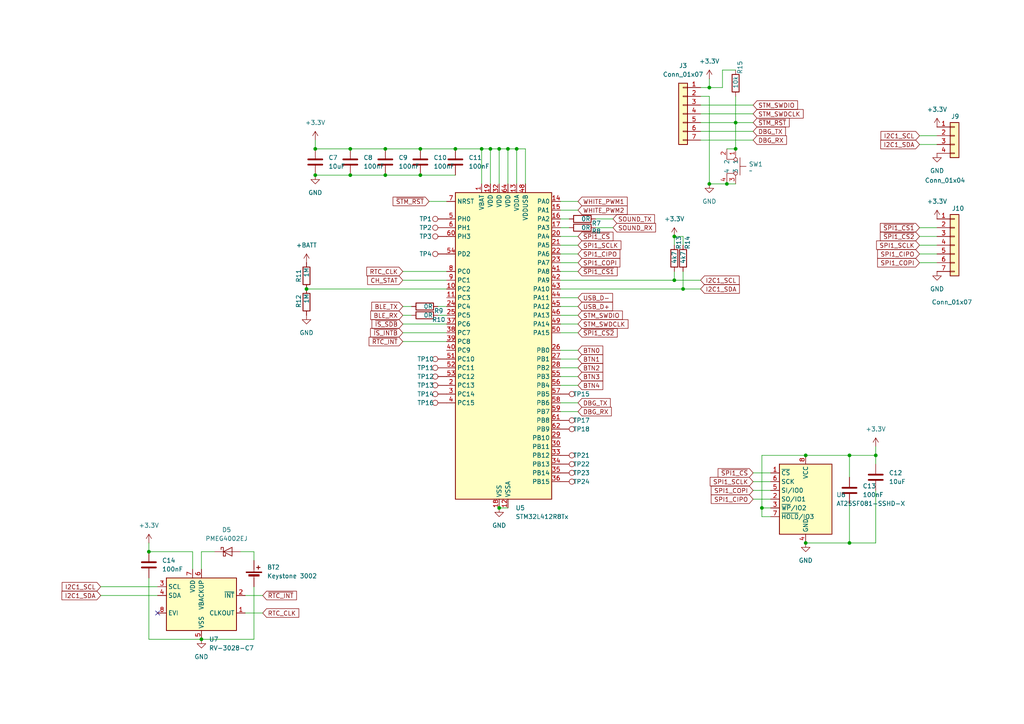
<source format=kicad_sch>
(kicad_sch (version 20231120) (generator "eeschema") (generator_version "8.0")
  (paper "A4")
  (lib_symbols
    (symbol "Connector:TestPoint" (pin_numbers hide) (pin_names (offset 0.762) hide)
      (property "Reference" "TP" (at 0 6.858 0))
      (property "Value" "TestPoint" (at 0 5.08 0))
      (symbol "TestPoint_0_1"
        (circle (center 0 3.302) (radius 0.762))
      )
      (symbol "TestPoint_1_1"
        (pin passive line (at 0 0 90) (length 2.54) (name "1") (number "1"))
      )
    )
    (symbol "Connector_Generic:Conn_01x04" (pin_names (offset 1.016) hide)
      (property "Reference" "J" (at 0 5.08 0))
      (property "Value" "Conn_01x04" (at 0 -7.62 0))
      (symbol "Conn_01x04_1_1"
        (rectangle (start -1.27 -4.953) (end 0 -5.207) (stroke (width 0.1524)))
        (rectangle (start -1.27 -2.413) (end 0 -2.667) (stroke (width 0.1524)))
        (rectangle (start -1.27 0.127) (end 0 -0.127) (stroke (width 0.1524)))
        (rectangle (start -1.27 2.667) (end 0 2.413) (stroke (width 0.1524)))
        (rectangle (start -1.27 3.81) (end 1.27 -6.35) (stroke (width 0.254)) (fill (type background)))
        (pin passive line (at -5.08 2.54 0) (length 3.81) (name "Pin_1") (number "1"))
        (pin passive line (at -5.08 0 0) (length 3.81) (name "Pin_2") (number "2"))
        (pin passive line (at -5.08 -2.54 0) (length 3.81) (name "Pin_3") (number "3"))
        (pin passive line (at -5.08 -5.08 0) (length 3.81) (name "Pin_4") (number "4"))
      )
    )
    (symbol "Connector_Generic:Conn_01x07" (pin_names (offset 1.016) hide)
      (property "Reference" "J" (at 0 10.16 0))
      (property "Value" "Conn_01x07" (at 0 -10.16 0))
      (symbol "Conn_01x07_1_1"
        (rectangle (start -1.27 -7.493) (end 0 -7.747) (stroke (width 0.1524)))
        (rectangle (start -1.27 -4.953) (end 0 -5.207) (stroke (width 0.1524)))
        (rectangle (start -1.27 -2.413) (end 0 -2.667) (stroke (width 0.1524)))
        (rectangle (start -1.27 0.127) (end 0 -0.127) (stroke (width 0.1524)))
        (rectangle (start -1.27 2.667) (end 0 2.413) (stroke (width 0.1524)))
        (rectangle (start -1.27 5.207) (end 0 4.953) (stroke (width 0.1524)))
        (rectangle (start -1.27 7.747) (end 0 7.493) (stroke (width 0.1524)))
        (rectangle (start -1.27 8.89) (end 1.27 -8.89) (stroke (width 0.254)) (fill (type background)))
        (pin passive line (at -5.08 7.62 0) (length 3.81) (name "Pin_1") (number "1"))
        (pin passive line (at -5.08 5.08 0) (length 3.81) (name "Pin_2") (number "2"))
        (pin passive line (at -5.08 2.54 0) (length 3.81) (name "Pin_3") (number "3"))
        (pin passive line (at -5.08 0 0) (length 3.81) (name "Pin_4") (number "4"))
        (pin passive line (at -5.08 -2.54 0) (length 3.81) (name "Pin_5") (number "5"))
        (pin passive line (at -5.08 -5.08 0) (length 3.81) (name "Pin_6") (number "6"))
        (pin passive line (at -5.08 -7.62 0) (length 3.81) (name "Pin_7") (number "7"))
      )
    )
    (symbol "Device:Battery_Cell" (pin_numbers hide) (pin_names (offset 0) hide)
      (property "Reference" "BT" (at 2.54 2.54 0))
      (property "Value" "Battery_Cell" (at 2.54 0 0))
      (symbol "Battery_Cell_0_1"
        (rectangle (start -2.286 1.778) (end 2.286 1.524) (fill (type outline)))
        (rectangle (start -1.524 1.016) (end 1.524 0.508) (fill (type outline)))
        (polyline (pts (xy 0 0.762) (xy 0 0)))
        (polyline (pts (xy 0 1.778) (xy 0 2.54)))
        (polyline (pts (xy 0.762 3.048) (xy 1.778 3.048)) (stroke (width 0.254)))
        (polyline (pts (xy 1.27 3.556) (xy 1.27 2.54)) (stroke (width 0.254)))
      )
      (symbol "Battery_Cell_1_1"
        (pin passive line (at 0 5.08 270) (length 2.54) (name "+") (number "1"))
        (pin passive line (at 0 -2.54 90) (length 2.54) (name "-") (number "2"))
      )
    )
    (symbol "Device:C" (pin_numbers hide) (pin_names (offset 0.254))
      (property "Reference" "C" (at 0.635 2.54 0))
      (property "Value" "C" (at 0.635 -2.54 0))
      (symbol "C_0_1"
        (polyline (pts (xy -2.032 -0.762) (xy 2.032 -0.762)) (stroke (width 0.508)))
        (polyline (pts (xy -2.032 0.762) (xy 2.032 0.762)) (stroke (width 0.508)))
      )
      (symbol "C_1_1"
        (pin passive line (at 0 3.81 270) (length 2.794) (name "~") (number "1"))
        (pin passive line (at 0 -3.81 90) (length 2.794) (name "~") (number "2"))
      )
    )
    (symbol "Device:R" (pin_numbers hide) (pin_names (offset 0))
      (property "Reference" "R" (at 2.032 0 90))
      (property "Value" "R" (at 0 0 90))
      (symbol "R_0_1"
        (rectangle (start -1.016 -2.54) (end 1.016 2.54) (stroke (width 0.254)))
      )
      (symbol "R_1_1"
        (pin passive line (at 0 3.81 270) (length 1.27) (name "~") (number "1"))
        (pin passive line (at 0 -3.81 90) (length 1.27) (name "~") (number "2"))
      )
    )
    (symbol "Diode:PMEG4002EJ" (pin_numbers hide) (pin_names hide)
      (property "Reference" "D" (at 0 2.54 0))
      (property "Value" "PMEG4002EJ" (at 0 -2.54 0))
      (symbol "PMEG4002EJ_0_1"
        (polyline (pts (xy 1.27 0) (xy -1.27 0)))
        (polyline (pts (xy 1.27 1.27) (xy 1.27 -1.27) (xy -1.27 0) (xy 1.27 1.27)) (stroke (width 0.2032)))
        (polyline (pts (xy -1.905 0.635) (xy -1.905 1.27) (xy -1.27 1.27) (xy -1.27 -1.27) (xy -0.635 -1.27) (xy -0.635 -0.635)) (stroke (width 0.2032)))
      )
      (symbol "PMEG4002EJ_1_1"
        (pin passive line (at -3.81 0 0) (length 2.54) (name "K") (number "1"))
        (pin passive line (at 3.81 0 180) (length 2.54) (name "A") (number "2"))
      )
    )
    (symbol "MCU_ST_STM32L4:STM32L412R8Tx"
      (property "Reference" "U" (at -12.7 46.99 0))
      (property "Value" "STM32L412R8Tx" (at 10.16 46.99 0))
      (symbol "STM32L412R8Tx_0_1"
        (rectangle (start -12.7 -43.18) (end 15.24 45.72) (stroke (width 0.254)) (fill (type background)))
      )
      (symbol "STM32L412R8Tx_1_1"
        (pin power_in line (at -5.08 48.26 270) (length 2.54) (name "VBAT") (number "1"))
        (pin bidirectional line (at -15.24 17.78 0) (length 2.54) (name "PC2") (number "10"))
        (pin bidirectional line (at -15.24 15.24 0) (length 2.54) (name "PC3") (number "11"))
        (pin power_in line (at 2.54 -45.72 90) (length 2.54) (name "VSSA") (number "12"))
        (pin power_in line (at 5.08 48.26 270) (length 2.54) (name "VDDA") (number "13"))
        (pin bidirectional line (at 17.78 43.18 180) (length 2.54) (name "PA0") (number "14"))
        (pin bidirectional line (at 17.78 40.64 180) (length 2.54) (name "PA1") (number "15"))
        (pin bidirectional line (at 17.78 38.1 180) (length 2.54) (name "PA2") (number "16"))
        (pin bidirectional line (at 17.78 35.56 180) (length 2.54) (name "PA3") (number "17"))
        (pin power_in line (at 0 -45.72 90) (length 2.54) (name "VSS") (number "18"))
        (pin power_in line (at -2.54 48.26 270) (length 2.54) (name "VDD") (number "19"))
        (pin bidirectional line (at -15.24 -10.16 0) (length 2.54) (name "PC13") (number "2"))
        (pin bidirectional line (at 17.78 33.02 180) (length 2.54) (name "PA4") (number "20"))
        (pin bidirectional line (at 17.78 30.48 180) (length 2.54) (name "PA5") (number "21"))
        (pin bidirectional line (at 17.78 27.94 180) (length 2.54) (name "PA6") (number "22"))
        (pin bidirectional line (at 17.78 25.4 180) (length 2.54) (name "PA7") (number "23"))
        (pin bidirectional line (at -15.24 12.7 0) (length 2.54) (name "PC4") (number "24"))
        (pin bidirectional line (at -15.24 10.16 0) (length 2.54) (name "PC5") (number "25"))
        (pin bidirectional line (at 17.78 0 180) (length 2.54) (name "PB0") (number "26"))
        (pin bidirectional line (at 17.78 -2.54 180) (length 2.54) (name "PB1") (number "27"))
        (pin bidirectional line (at 17.78 -5.08 180) (length 2.54) (name "PB2") (number "28"))
        (pin bidirectional line (at 17.78 -25.4 180) (length 2.54) (name "PB10") (number "29"))
        (pin bidirectional line (at -15.24 -12.7 0) (length 2.54) (name "PC14") (number "3"))
        (pin bidirectional line (at 17.78 -27.94 180) (length 2.54) (name "PB11") (number "30"))
        (pin passive line (at 0 -45.72 90) (length 2.54) hide (name "VSS") (number "31"))
        (pin power_in line (at 0 48.26 270) (length 2.54) (name "VDD") (number "32"))
        (pin bidirectional line (at 17.78 -30.48 180) (length 2.54) (name "PB12") (number "33"))
        (pin bidirectional line (at 17.78 -33.02 180) (length 2.54) (name "PB13") (number "34"))
        (pin bidirectional line (at 17.78 -35.56 180) (length 2.54) (name "PB14") (number "35"))
        (pin bidirectional line (at 17.78 -38.1 180) (length 2.54) (name "PB15") (number "36"))
        (pin bidirectional line (at -15.24 7.62 0) (length 2.54) (name "PC6") (number "37"))
        (pin bidirectional line (at -15.24 5.08 0) (length 2.54) (name "PC7") (number "38"))
        (pin bidirectional line (at -15.24 2.54 0) (length 2.54) (name "PC8") (number "39"))
        (pin bidirectional line (at -15.24 -15.24 0) (length 2.54) (name "PC15") (number "4"))
        (pin bidirectional line (at -15.24 0 0) (length 2.54) (name "PC9") (number "40"))
        (pin bidirectional line (at 17.78 22.86 180) (length 2.54) (name "PA8") (number "41"))
        (pin bidirectional line (at 17.78 20.32 180) (length 2.54) (name "PA9") (number "42"))
        (pin bidirectional line (at 17.78 17.78 180) (length 2.54) (name "PA10") (number "43"))
        (pin bidirectional line (at 17.78 15.24 180) (length 2.54) (name "PA11") (number "44"))
        (pin bidirectional line (at 17.78 12.7 180) (length 2.54) (name "PA12") (number "45"))
        (pin bidirectional line (at 17.78 10.16 180) (length 2.54) (name "PA13") (number "46"))
        (pin passive line (at 0 -45.72 90) (length 2.54) hide (name "VSS") (number "47"))
        (pin power_in line (at 7.62 48.26 270) (length 2.54) (name "VDDUSB") (number "48"))
        (pin bidirectional line (at 17.78 7.62 180) (length 2.54) (name "PA14") (number "49"))
        (pin bidirectional line (at -15.24 38.1 0) (length 2.54) (name "PH0") (number "5"))
        (pin bidirectional line (at 17.78 5.08 180) (length 2.54) (name "PA15") (number "50"))
        (pin bidirectional line (at -15.24 -2.54 0) (length 2.54) (name "PC10") (number "51"))
        (pin bidirectional line (at -15.24 -5.08 0) (length 2.54) (name "PC11") (number "52"))
        (pin bidirectional line (at -15.24 -7.62 0) (length 2.54) (name "PC12") (number "53"))
        (pin bidirectional line (at -15.24 27.94 0) (length 2.54) (name "PD2") (number "54"))
        (pin bidirectional line (at 17.78 -7.62 180) (length 2.54) (name "PB3") (number "55"))
        (pin bidirectional line (at 17.78 -10.16 180) (length 2.54) (name "PB4") (number "56"))
        (pin bidirectional line (at 17.78 -12.7 180) (length 2.54) (name "PB5") (number "57"))
        (pin bidirectional line (at 17.78 -15.24 180) (length 2.54) (name "PB6") (number "58"))
        (pin bidirectional line (at 17.78 -17.78 180) (length 2.54) (name "PB7") (number "59"))
        (pin bidirectional line (at -15.24 35.56 0) (length 2.54) (name "PH1") (number "6"))
        (pin bidirectional line (at -15.24 33.02 0) (length 2.54) (name "PH3") (number "60"))
        (pin bidirectional line (at 17.78 -20.32 180) (length 2.54) (name "PB8") (number "61"))
        (pin bidirectional line (at 17.78 -22.86 180) (length 2.54) (name "PB9") (number "62"))
        (pin passive line (at 0 -45.72 90) (length 2.54) hide (name "VSS") (number "63"))
        (pin power_in line (at 2.54 48.26 270) (length 2.54) (name "VDD") (number "64"))
        (pin input line (at -15.24 43.18 0) (length 2.54) (name "NRST") (number "7"))
        (pin bidirectional line (at -15.24 22.86 0) (length 2.54) (name "PC0") (number "8"))
        (pin bidirectional line (at -15.24 20.32 0) (length 2.54) (name "PC1") (number "9"))
      )
    )
    (symbol "Memory_Flash:AT25SF081-SSHD-X"
      (property "Reference" "U" (at -6.35 11.43 0))
      (property "Value" "AT25SF081-SSHD-X" (at 11.43 11.43 0))
      (symbol "AT25SF081-SSHD-X_0_1"
        (rectangle (start -7.62 10.16) (end 7.62 -10.16) (stroke (width 0.254)) (fill (type background)))
      )
      (symbol "AT25SF081-SSHD-X_1_1"
        (pin input line (at -10.16 7.62 0) (length 2.54) (name "~{CS}") (number "1"))
        (pin bidirectional line (at -10.16 0 0) (length 2.54) (name "SO/IO1") (number "2"))
        (pin bidirectional line (at -10.16 -2.54 0) (length 2.54) (name "~{WP}/IO2") (number "3"))
        (pin power_in line (at 0 -12.7 90) (length 2.54) (name "GND") (number "4"))
        (pin bidirectional line (at -10.16 2.54 0) (length 2.54) (name "SI/IO0") (number "5"))
        (pin input line (at -10.16 5.08 0) (length 2.54) (name "SCK") (number "6"))
        (pin bidirectional line (at -10.16 -5.08 0) (length 2.54) (name "~{HOLD}/IO3") (number "7"))
        (pin power_in line (at 0 12.7 270) (length 2.54) (name "VCC") (number "8"))
      )
    )
    (symbol "Timer_RTC:RV-3028-C7"
      (property "Reference" "U" (at -8.89 8.89 0))
      (property "Value" "RV-3028-C7" (at 7.62 8.89 0))
      (symbol "RV-3028-C7_0_1"
        (rectangle (start -10.16 7.62) (end 10.16 -7.62) (stroke (width 0.254)) (fill (type background)))
      )
      (symbol "RV-3028-C7_1_1"
        (pin output line (at 12.7 -2.54 180) (length 2.54) (name "CLKOUT") (number "1"))
        (pin open_collector line (at 12.7 2.54 180) (length 2.54) (name "~{INT}") (number "2"))
        (pin input line (at -12.7 5.08 0) (length 2.54) (name "SCL") (number "3"))
        (pin bidirectional line (at -12.7 2.54 0) (length 2.54) (name "SDA") (number "4"))
        (pin power_in line (at 0 -10.16 90) (length 2.54) (name "VSS") (number "5"))
        (pin power_in line (at 0 10.16 270) (length 2.54) (name "VBACKUP") (number "6"))
        (pin power_in line (at -2.54 10.16 270) (length 2.54) (name "VDD") (number "7"))
        (pin input line (at -12.7 -2.54 0) (length 2.54) (name "EVI") (number "8"))
      )
    )
    (symbol "lighthouse1:SW_PTS5236"
      (property "Reference" "SW1" (at -0.6351 -1.27 90))
      (property "Value" "~" (at 1.27 -1.27 90))
      (symbol "SW_PTS5236_0_1"
        (circle (center -2.032 -5.08) (radius 0.508))
        (polyline (pts (xy -2.54 -7.62) (xy -2.032 -7.62)))
        (polyline (pts (xy -2.032 -5.588) (xy -2.032 -7.62)))
        (polyline (pts (xy 0 -3.81) (xy 0 -2.032)))
        (polyline (pts (xy 2.032 -5.588) (xy 2.032 -7.62)))
        (polyline (pts (xy 2.54 -7.62) (xy 2.032 -7.62)))
        (polyline (pts (xy 2.54 -3.81) (xy -2.54 -3.81)))
        (circle (center 2.032 -5.08) (radius 0.508))
        (pin passive line (at -5.08 -5.08 0) (length 2.54) (name "1") (number "1"))
      )
      (symbol "SW_PTS5236_1_1"
        (pin passive line (at -5.08 -7.62 0) (length 2.54) (name "2") (number "2"))
        (pin passive line (at 5.08 -5.08 180) (length 2.54) (name "3") (number "3"))
        (pin passive line (at 5.08 -7.62 180) (length 2.54) (name "4") (number "4"))
      )
    )
    (symbol "power:+3.3V" (power) (pin_numbers hide) (pin_names (offset 0) hide)
      (property "Value" "+3.3V" (at 0 3.556 0))
      (symbol "+3.3V_0_1"
        (polyline (pts (xy -0.762 1.27) (xy 0 2.54)))
        (polyline (pts (xy 0 0) (xy 0 2.54)))
        (polyline (pts (xy 0 2.54) (xy 0.762 1.27)))
      )
      (symbol "+3.3V_1_1"
        (pin power_in line (at 0 0 90) (length 0) (name "~") (number "1"))
      )
    )
    (symbol "power:+BATT" (power) (pin_numbers hide) (pin_names (offset 0) hide)
      (property "Value" "+BATT" (at 0 3.556 0))
      (symbol "+BATT_0_1"
        (polyline (pts (xy -0.762 1.27) (xy 0 2.54)))
        (polyline (pts (xy 0 0) (xy 0 2.54)))
        (polyline (pts (xy 0 2.54) (xy 0.762 1.27)))
      )
      (symbol "+BATT_1_1"
        (pin power_in line (at 0 0 90) (length 0) (name "~") (number "1"))
      )
    )
    (symbol "power:GND" (power) (pin_numbers hide) (pin_names (offset 0) hide)
      (property "Value" "GND" (at 0 -3.81 0))
      (symbol "GND_0_1"
        (polyline (pts (xy 0 0) (xy 0 -1.27) (xy 1.27 -1.27) (xy 0 -2.54) (xy -1.27 -1.27) (xy 0 -1.27)))
      )
      (symbol "GND_1_1"
        (pin power_in line (at 0 0 270) (length 0) (name "~") (number "1"))
      )
    )
  )
  (junction (at 195.58 68.58))
  (junction (at 220.98 147.32))
  (junction (at 91.44 50.8))
  (junction (at 205.74 53.34))
  (junction (at 43.18 160.02))
  (junction (at 149.86 43.18))
  (junction (at 111.76 43.18))
  (junction (at 88.9 83.82))
  (junction (at 101.6 43.18))
  (junction (at 233.68 157.48))
  (junction (at 121.92 43.18))
  (junction (at 132.08 43.18))
  (junction (at 144.78 147.32))
  (junction (at 195.58 81.28))
  (junction (at 121.92 50.8))
  (junction (at 233.68 132.08))
  (junction (at 254 132.08))
  (junction (at 58.42 185.42))
  (junction (at 213.36 43.18))
  (junction (at 246.38 132.08))
  (junction (at 144.78 43.18))
  (junction (at 213.36 35.56))
  (junction (at 210.82 53.34))
  (junction (at 111.76 50.8))
  (junction (at 91.44 43.18))
  (junction (at 198.12 83.82))
  (junction (at 205.74 25.4))
  (junction (at 101.6 50.8))
  (junction (at 142.24 43.18))
  (junction (at 147.32 43.18))
  (junction (at 139.7 43.18))
  (junction (at 246.38 157.48))
  (no_connect (at 45.72 177.8))
  (wire (pts (xy 246.38 157.48) (xy 254 157.48)))
  (wire (pts (xy 142.24 43.18) (xy 142.24 53.34)))
  (wire (pts (xy 116.84 88.9) (xy 119.38 88.9)))
  (wire (pts (xy 111.76 50.8) (xy 121.92 50.8)))
  (wire (pts (xy 162.56 81.28) (xy 195.58 81.28)))
  (wire (pts (xy 71.12 172.72) (xy 76.2 172.72)))
  (wire (pts (xy 254 132.08) (xy 254 134.62)))
  (wire (pts (xy 167.64 68.58) (xy 162.56 68.58)))
  (wire (pts (xy 101.6 43.18) (xy 111.76 43.18)))
  (wire (pts (xy 116.84 81.28) (xy 129.54 81.28)))
  (wire (pts (xy 210.82 43.18) (xy 213.36 43.18)))
  (wire (pts (xy 205.74 22.86) (xy 205.74 25.4)))
  (wire (pts (xy 167.64 73.66) (xy 162.56 73.66)))
  (wire (pts (xy 167.64 86.36) (xy 162.56 86.36)))
  (wire (pts (xy 162.56 116.84) (xy 167.64 116.84)))
  (wire (pts (xy 203.2 35.56) (xy 213.36 35.56)))
  (wire (pts (xy 43.18 157.48) (xy 43.18 160.02)))
  (wire (pts (xy 147.32 43.18) (xy 149.86 43.18)))
  (wire (pts (xy 195.58 78.74) (xy 195.58 81.28)))
  (wire (pts (xy 167.64 111.76) (xy 162.56 111.76)))
  (wire (pts (xy 254 129.54) (xy 254 132.08)))
  (wire (pts (xy 124.46 58.42) (xy 129.54 58.42)))
  (wire (pts (xy 162.56 119.38) (xy 167.64 119.38)))
  (wire (pts (xy 91.44 50.8) (xy 101.6 50.8)))
  (wire (pts (xy 177.8 66.04) (xy 172.72 66.04)))
  (wire (pts (xy 266.7 73.66) (xy 271.78 73.66)))
  (wire (pts (xy 116.84 93.98) (xy 129.54 93.98)))
  (wire (pts (xy 203.2 38.1) (xy 218.44 38.1)))
  (wire (pts (xy 139.7 43.18) (xy 139.7 53.34)))
  (wire (pts (xy 220.98 132.08) (xy 233.68 132.08)))
  (wire (pts (xy 111.76 43.18) (xy 121.92 43.18)))
  (wire (pts (xy 271.78 39.37) (xy 266.7 39.37)))
  (wire (pts (xy 165.1 63.5) (xy 162.56 63.5)))
  (wire (pts (xy 91.44 40.64) (xy 91.44 43.18)))
  (wire (pts (xy 144.78 43.18) (xy 144.78 53.34)))
  (wire (pts (xy 73.66 160.02) (xy 73.66 162.56)))
  (wire (pts (xy 203.2 30.48) (xy 218.44 30.48)))
  (wire (pts (xy 152.4 53.34) (xy 152.4 43.18)))
  (wire (pts (xy 177.8 63.5) (xy 172.72 63.5)))
  (wire (pts (xy 121.92 43.18) (xy 132.08 43.18)))
  (wire (pts (xy 127 88.9) (xy 129.54 88.9)))
  (wire (pts (xy 246.38 146.05) (xy 246.38 157.48)))
  (wire (pts (xy 116.84 99.06) (xy 129.54 99.06)))
  (wire (pts (xy 203.2 25.4) (xy 205.74 25.4)))
  (wire (pts (xy 58.42 160.02) (xy 62.23 160.02)))
  (wire (pts (xy 213.36 43.18) (xy 213.36 35.56)))
  (wire (pts (xy 266.7 68.58) (xy 271.78 68.58)))
  (wire (pts (xy 43.18 167.64) (xy 43.18 185.42)))
  (wire (pts (xy 162.56 83.82) (xy 198.12 83.82)))
  (wire (pts (xy 266.7 76.2) (xy 271.78 76.2)))
  (wire (pts (xy 198.12 78.74) (xy 198.12 83.82)))
  (wire (pts (xy 73.66 185.42) (xy 73.66 170.18)))
  (wire (pts (xy 91.44 43.18) (xy 101.6 43.18)))
  (wire (pts (xy 246.38 132.08) (xy 254 132.08)))
  (wire (pts (xy 167.64 109.22) (xy 162.56 109.22)))
  (wire (pts (xy 88.9 83.82) (xy 129.54 83.82)))
  (wire (pts (xy 71.12 177.8) (xy 76.2 177.8)))
  (wire (pts (xy 220.98 147.32) (xy 220.98 132.08)))
  (wire (pts (xy 205.74 27.94) (xy 205.74 53.34)))
  (wire (pts (xy 142.24 43.18) (xy 144.78 43.18)))
  (wire (pts (xy 203.2 40.64) (xy 218.44 40.64)))
  (wire (pts (xy 220.98 147.32) (xy 223.52 147.32)))
  (wire (pts (xy 220.98 149.86) (xy 220.98 147.32)))
  (wire (pts (xy 167.64 76.2) (xy 162.56 76.2)))
  (wire (pts (xy 209.55 25.4) (xy 209.55 20.32)))
  (wire (pts (xy 144.78 43.18) (xy 147.32 43.18)))
  (wire (pts (xy 144.78 147.32) (xy 147.32 147.32)))
  (wire (pts (xy 167.64 60.96) (xy 162.56 60.96)))
  (wire (pts (xy 149.86 43.18) (xy 149.86 53.34)))
  (wire (pts (xy 223.52 149.86) (xy 220.98 149.86)))
  (wire (pts (xy 271.78 66.04) (xy 266.7 66.04)))
  (wire (pts (xy 58.42 165.1) (xy 58.42 160.02)))
  (wire (pts (xy 195.58 68.58) (xy 198.12 68.58)))
  (wire (pts (xy 213.36 27.94) (xy 213.36 35.56)))
  (wire (pts (xy 43.18 160.02) (xy 55.88 160.02)))
  (wire (pts (xy 233.68 157.48) (xy 246.38 157.48)))
  (wire (pts (xy 121.92 50.8) (xy 132.08 50.8)))
  (wire (pts (xy 116.84 91.44) (xy 119.38 91.44)))
  (wire (pts (xy 271.78 71.12) (xy 266.7 71.12)))
  (wire (pts (xy 167.64 58.42) (xy 162.56 58.42)))
  (wire (pts (xy 195.58 68.58) (xy 195.58 71.12)))
  (wire (pts (xy 203.2 83.82) (xy 198.12 83.82)))
  (wire (pts (xy 205.74 25.4) (xy 209.55 25.4)))
  (wire (pts (xy 58.42 185.42) (xy 73.66 185.42)))
  (wire (pts (xy 218.44 144.78) (xy 223.52 144.78)))
  (wire (pts (xy 218.44 137.16) (xy 223.52 137.16)))
  (wire (pts (xy 167.64 101.6) (xy 162.56 101.6)))
  (wire (pts (xy 198.12 71.12) (xy 198.12 68.58)))
  (wire (pts (xy 233.68 132.08) (xy 246.38 132.08)))
  (wire (pts (xy 162.56 88.9) (xy 167.64 88.9)))
  (wire (pts (xy 162.56 96.52) (xy 167.64 96.52)))
  (wire (pts (xy 152.4 43.18) (xy 149.86 43.18)))
  (wire (pts (xy 210.82 53.34) (xy 213.36 53.34)))
  (wire (pts (xy 218.44 142.24) (xy 223.52 142.24)))
  (wire (pts (xy 167.64 91.44) (xy 162.56 91.44)))
  (wire (pts (xy 29.21 172.72) (xy 45.72 172.72)))
  (wire (pts (xy 266.7 41.91) (xy 271.78 41.91)))
  (wire (pts (xy 132.08 43.18) (xy 139.7 43.18)))
  (wire (pts (xy 218.44 139.7) (xy 223.52 139.7)))
  (wire (pts (xy 147.32 43.18) (xy 147.32 53.34)))
  (wire (pts (xy 167.64 106.68) (xy 162.56 106.68)))
  (wire (pts (xy 55.88 165.1) (xy 55.88 160.02)))
  (wire (pts (xy 167.64 93.98) (xy 162.56 93.98)))
  (wire (pts (xy 165.1 66.04) (xy 162.56 66.04)))
  (wire (pts (xy 203.2 81.28) (xy 195.58 81.28)))
  (wire (pts (xy 29.21 170.18) (xy 45.72 170.18)))
  (wire (pts (xy 213.36 35.56) (xy 218.44 35.56)))
  (wire (pts (xy 203.2 33.02) (xy 218.44 33.02)))
  (wire (pts (xy 116.84 78.74) (xy 129.54 78.74)))
  (wire (pts (xy 127 91.44) (xy 129.54 91.44)))
  (wire (pts (xy 69.85 160.02) (xy 73.66 160.02)))
  (wire (pts (xy 162.56 78.74) (xy 167.64 78.74)))
  (wire (pts (xy 167.64 71.12) (xy 162.56 71.12)))
  (wire (pts (xy 203.2 27.94) (xy 205.74 27.94)))
  (wire (pts (xy 43.18 185.42) (xy 58.42 185.42)))
  (wire (pts (xy 205.74 53.34) (xy 210.82 53.34)))
  (wire (pts (xy 101.6 50.8) (xy 111.76 50.8)))
  (wire (pts (xy 139.7 43.18) (xy 142.24 43.18)))
  (wire (pts (xy 246.38 132.08) (xy 246.38 138.43)))
  (wire (pts (xy 167.64 104.14) (xy 162.56 104.14)))
  (wire (pts (xy 209.55 20.32) (xy 213.36 20.32)))
  (wire (pts (xy 254 142.24) (xy 254 157.48)))
  (wire (pts (xy 116.84 96.52) (xy 129.54 96.52)))
  (global_label "I2C1_SCL" (shape input) (at 29.21 170.18 180) (property "Intersheetrefs" "${INTERSHEET_REFS}" (effects (hide yes))))
  (global_label "~{RTC_INT}" (shape input) (at 116.84 99.06 180) (property "Intersheetrefs" "${INTERSHEET_REFS}" (effects (hide yes))))
  (global_label "RTC_CLK" (shape input) (at 116.84 78.74 180) (property "Intersheetrefs" "${INTERSHEET_REFS}" (effects (hide yes))))
  (global_label "SOUND_RX" (shape input) (at 177.8 66.04 0) (property "Intersheetrefs" "${INTERSHEET_REFS}" (effects (hide yes))))
  (global_label "SPI1_CIPO" (shape input) (at 218.44 144.78 180) (property "Intersheetrefs" "${INTERSHEET_REFS}" (effects (hide yes))))
  (global_label "SOUND_TX" (shape input) (at 177.8 63.5 0) (property "Intersheetrefs" "${INTERSHEET_REFS}" (effects (hide yes))))
  (global_label "BTN4" (shape input) (at 167.64 111.76 0) (property "Intersheetrefs" "${INTERSHEET_REFS}" (effects (hide yes))))
  (global_label "DBG_RX" (shape input) (at 167.64 119.38 0) (property "Intersheetrefs" "${INTERSHEET_REFS}" (effects (hide yes))))
  (global_label "BTN2" (shape input) (at 167.64 106.68 0) (property "Intersheetrefs" "${INTERSHEET_REFS}" (effects (hide yes))))
  (global_label "~{STM_RST}" (shape input) (at 124.46 58.42 180) (property "Intersheetrefs" "${INTERSHEET_REFS}" (effects (hide yes))))
  (global_label "~{RTC_INT}" (shape input) (at 76.2 172.72 0) (property "Intersheetrefs" "${INTERSHEET_REFS}" (effects (hide yes))))
  (global_label "I2C1_SCL" (shape input) (at 203.2 81.28 0) (property "Intersheetrefs" "${INTERSHEET_REFS}" (effects (hide yes))))
  (global_label "~{STM_RST}" (shape input) (at 218.44 35.56 0) (property "Intersheetrefs" "${INTERSHEET_REFS}" (effects (hide yes))))
  (global_label "SPI1_COPI" (shape input) (at 218.44 142.24 180) (property "Intersheetrefs" "${INTERSHEET_REFS}" (effects (hide yes))))
  (global_label "BLE_TX" (shape input) (at 116.84 88.9 180) (property "Intersheetrefs" "${INTERSHEET_REFS}" (effects (hide yes))))
  (global_label "~{SPI1_CS}" (shape input) (at 218.44 137.16 180) (property "Intersheetrefs" "${INTERSHEET_REFS}" (effects (hide yes))))
  (global_label "SPI1_SCLK" (shape input) (at 218.44 139.7 180) (property "Intersheetrefs" "${INTERSHEET_REFS}" (effects (hide yes))))
  (global_label "I2C1_SDA" (shape input) (at 203.2 83.82 0) (property "Intersheetrefs" "${INTERSHEET_REFS}" (effects (hide yes))))
  (global_label "I2C1_SDA" (shape input) (at 29.21 172.72 180) (property "Intersheetrefs" "${INTERSHEET_REFS}" (effects (hide yes))))
  (global_label "~{SPI1_CS2}" (shape input) (at 266.7 68.58 180) (property "Intersheetrefs" "${INTERSHEET_REFS}" (effects (hide yes))))
  (global_label "USB_D+" (shape input) (at 167.64 88.9 0) (property "Intersheetrefs" "${INTERSHEET_REFS}" (effects (hide yes))))
  (global_label "CH_STAT" (shape input) (at 116.84 81.28 180) (property "Intersheetrefs" "${INTERSHEET_REFS}" (effects (hide yes))))
  (global_label "BLE_RX" (shape input) (at 116.84 91.44 180) (property "Intersheetrefs" "${INTERSHEET_REFS}" (effects (hide yes))))
  (global_label "SPI1_CIPO" (shape input) (at 266.7 73.66 180) (property "Intersheetrefs" "${INTERSHEET_REFS}" (effects (hide yes))))
  (global_label "I2C1_SCL" (shape input) (at 266.7 39.37 180) (property "Intersheetrefs" "${INTERSHEET_REFS}" (effects (hide yes))))
  (global_label "SPI1_CIPO" (shape input) (at 167.64 73.66 0) (property "Intersheetrefs" "${INTERSHEET_REFS}" (effects (hide yes))))
  (global_label "WHITE_PWM2" (shape input) (at 167.64 60.96 0) (property "Intersheetrefs" "${INTERSHEET_REFS}" (effects (hide yes))))
  (global_label "STM_SWDCLK" (shape input) (at 218.44 33.02 0) (property "Intersheetrefs" "${INTERSHEET_REFS}" (effects (hide yes))))
  (global_label "DBG_TX" (shape input) (at 167.64 116.84 0) (property "Intersheetrefs" "${INTERSHEET_REFS}" (effects (hide yes))))
  (global_label "BTN0" (shape input) (at 167.64 101.6 0) (property "Intersheetrefs" "${INTERSHEET_REFS}" (effects (hide yes))))
  (global_label "USB_D-" (shape input) (at 167.64 86.36 0) (property "Intersheetrefs" "${INTERSHEET_REFS}" (effects (hide yes))))
  (global_label "WHITE_PWM1" (shape input) (at 167.64 58.42 0) (property "Intersheetrefs" "${INTERSHEET_REFS}" (effects (hide yes))))
  (global_label "~{IS_SDB}" (shape input) (at 116.84 93.98 180) (property "Intersheetrefs" "${INTERSHEET_REFS}" (effects (hide yes))))
  (global_label "STM_SWDCLK" (shape input) (at 167.64 93.98 0) (property "Intersheetrefs" "${INTERSHEET_REFS}" (effects (hide yes))))
  (global_label "STM_SWDIO" (shape input) (at 167.64 91.44 0) (property "Intersheetrefs" "${INTERSHEET_REFS}" (effects (hide yes))))
  (global_label "~{SPI1_CS1}" (shape input) (at 167.64 78.74 0) (property "Intersheetrefs" "${INTERSHEET_REFS}" (effects (hide yes))))
  (global_label "~{SPI1_CS1}" (shape input) (at 266.7 66.04 180) (property "Intersheetrefs" "${INTERSHEET_REFS}" (effects (hide yes))))
  (global_label "SPI1_SCLK" (shape input) (at 266.7 71.12 180) (property "Intersheetrefs" "${INTERSHEET_REFS}" (effects (hide yes))))
  (global_label "STM_SWDIO" (shape input) (at 218.44 30.48 0) (property "Intersheetrefs" "${INTERSHEET_REFS}" (effects (hide yes))))
  (global_label "SPI1_COPI" (shape input) (at 266.7 76.2 180) (property "Intersheetrefs" "${INTERSHEET_REFS}" (effects (hide yes))))
  (global_label "I2C1_SDA" (shape input) (at 266.7 41.91 180) (property "Intersheetrefs" "${INTERSHEET_REFS}" (effects (hide yes))))
  (global_label "~{SPI1_CS}" (shape input) (at 167.64 68.58 0) (property "Intersheetrefs" "${INTERSHEET_REFS}" (effects (hide yes))))
  (global_label "BTN1" (shape input) (at 167.64 104.14 0) (property "Intersheetrefs" "${INTERSHEET_REFS}" (effects (hide yes))))
  (global_label "SPI1_SCLK" (shape input) (at 167.64 71.12 0) (property "Intersheetrefs" "${INTERSHEET_REFS}" (effects (hide yes))))
  (global_label "RTC_CLK" (shape input) (at 76.2 177.8 0) (property "Intersheetrefs" "${INTERSHEET_REFS}" (effects (hide yes))))
  (global_label "~{IS_INTB}" (shape input) (at 116.84 96.52 180) (property "Intersheetrefs" "${INTERSHEET_REFS}" (effects (hide yes))))
  (global_label "BTN3" (shape input) (at 167.64 109.22 0) (property "Intersheetrefs" "${INTERSHEET_REFS}" (effects (hide yes))))
  (global_label "~{SPI1_CS2}" (shape input) (at 167.64 96.52 0) (property "Intersheetrefs" "${INTERSHEET_REFS}" (effects (hide yes))))
  (global_label "DBG_RX" (shape input) (at 218.44 40.64 0) (property "Intersheetrefs" "${INTERSHEET_REFS}" (effects (hide yes))))
  (global_label "DBG_TX" (shape input) (at 218.44 38.1 0) (property "Intersheetrefs" "${INTERSHEET_REFS}" (effects (hide yes))))
  (global_label "SPI1_COPI" (shape input) (at 167.64 76.2 0) (property "Intersheetrefs" "${INTERSHEET_REFS}" (effects (hide yes))))
  (symbol (lib_id "Device:C") (at 91.44 46.99 0) (unit 1)
    (property "Reference" "C7" (at 95.25 45.7199 0) (effects (justify left)))
    (property "Value" "10uF" (at 95.25 48.2599 0) (effects (justify left)))
    (property "Footprint" "Capacitor_SMD:C_0805_2012Metric_Pad1.18x1.45mm_HandSolder" (effects (hide yes)))
    (property "Description" "Unpolarized capacitor" (effects (hide yes)))
  )
  (symbol (lib_id "Device:R") (at 195.58 74.93 180) (unit 1)
    (property "Reference" "R13" (at 196.85 70.358 90))
    (property "Value" "4k7" (at 195.58 74.676 90))
    (property "Footprint" "Resistor_SMD:R_0603_1608Metric_Pad0.98x0.95mm_HandSolder" (effects (hide yes)))
    (property "Description" "Resistor" (effects (hide yes)))
  )
  (symbol (lib_id "Device:R") (at 123.19 91.44 90) (unit 1)
    (property "Reference" "R10" (at 127.254 92.71 90))
    (property "Value" "0R" (at 124.206 91.44 90))
    (property "Footprint" "Resistor_SMD:R_0603_1608Metric_Pad0.98x0.95mm_HandSolder" (effects (hide yes)))
    (property "Description" "Resistor" (effects (hide yes)))
  )
  (symbol (lib_id "lighthouse1:SW_PTS5236") (at 218.44 48.26 270) (unit 1)
    (property "Reference" "SW1" (at 217.17 47.6249 90) (effects (justify left)))
    (property "Value" "~" (at 217.17 49.53 90) (effects (justify left)))
    (property "Footprint" "lighthouse:PTS526" (effects (hide yes)))
  )
  (symbol (lib_id "Connector:TestPoint") (at 162.56 139.7 270) (unit 1)
    (property "Reference" "TP24" (at 168.656 139.7 90))
    (property "Value" "TestPoint" (effects (hide yes)))
    (property "Footprint" "TestPoint:TestPoint_Pad_D1.0mm" (effects (hide yes)))
    (property "Description" "test point" (effects (hide yes)))
  )
  (symbol (lib_id "power:GND") (at 88.9 91.44 0) (unit 1)
    (property "Reference" "#PWR032" (effects (hide yes)))
    (property "Value" "GND" (at 88.9 96.52 0))
    (property "Description" "Power symbol creates a global label with name \"GND\" , ground" (effects (hide yes)))
  )
  (symbol (lib_id "power:GND") (at 91.44 50.8 0) (unit 1)
    (property "Reference" "#PWR014" (effects (hide yes)))
    (property "Value" "GND" (at 91.44 55.88 0))
    (property "Description" "Power symbol creates a global label with name \"GND\" , ground" (effects (hide yes)))
  )
  (symbol (lib_id "Device:C") (at 132.08 46.99 0) (unit 1)
    (property "Reference" "C11" (at 135.89 45.7199 0) (effects (justify left)))
    (property "Value" "100nF" (at 135.89 48.2599 0) (effects (justify left)))
    (property "Footprint" "Capacitor_SMD:C_0603_1608Metric_Pad1.08x0.95mm_HandSolder" (effects (hide yes)))
    (property "Description" "Unpolarized capacitor" (effects (hide yes)))
  )
  (symbol (lib_id "power:GND") (at 58.42 185.42 0) (unit 1)
    (property "Reference" "#PWR020" (effects (hide yes)))
    (property "Value" "GND" (at 58.42 190.5 0))
    (property "Description" "Power symbol creates a global label with name \"GND\" , ground" (effects (hide yes)))
  )
  (symbol (lib_id "Connector:TestPoint") (at 129.54 63.5 90) (unit 1)
    (property "Reference" "TP1" (at 123.444 63.5 90))
    (property "Value" "TestPoint" (effects (hide yes)))
    (property "Footprint" "TestPoint:TestPoint_Pad_D1.0mm" (effects (hide yes)))
    (property "Description" "test point" (effects (hide yes)))
  )
  (symbol (lib_id "Device:C") (at 254 138.43 0) (unit 1)
    (property "Reference" "C12" (at 257.81 137.1599 0) (effects (justify left)))
    (property "Value" "10uF" (at 257.81 139.6999 0) (effects (justify left)))
    (property "Footprint" "Capacitor_SMD:C_0805_2012Metric_Pad1.18x1.45mm_HandSolder" (effects (hide yes)))
    (property "Description" "Unpolarized capacitor" (effects (hide yes)))
  )
  (symbol (lib_id "Device:C") (at 246.38 142.24 0) (unit 1)
    (property "Reference" "C13" (at 250.19 140.9699 0) (effects (justify left)))
    (property "Value" "100nF" (at 250.19 143.5099 0) (effects (justify left)))
    (property "Footprint" "Capacitor_SMD:C_0603_1608Metric_Pad1.08x0.95mm_HandSolder" (effects (hide yes)))
    (property "Description" "Unpolarized capacitor" (effects (hide yes)))
  )
  (symbol (lib_id "Device:C") (at 121.92 46.99 0) (unit 1)
    (property "Reference" "C10" (at 125.73 45.7199 0) (effects (justify left)))
    (property "Value" "100nF" (at 125.73 48.2599 0) (effects (justify left)))
    (property "Footprint" "Capacitor_SMD:C_0603_1608Metric_Pad1.08x0.95mm_HandSolder" (effects (hide yes)))
    (property "Description" "Unpolarized capacitor" (effects (hide yes)))
  )
  (symbol (lib_id "Diode:PMEG4002EJ") (at 66.04 160.02 0) (unit 1)
    (property "Reference" "D5" (at 65.7225 153.67 0))
    (property "Value" "PMEG4002EJ" (at 65.7225 156.21 0))
    (property "Footprint" "Diode_SMD:D_SOD-323F" (effects (hide yes)))
    (property "Datasheet" "https://assets.nexperia.com/documents/data-sheet/PMEG4002EJ.pdf" (effects (hide yes)))
    (property "Description" "40V, 200mA low Vf MEGA Schottky barrier rectifier, SOD-323F" (effects (hide yes)))
  )
  (symbol (lib_id "power:+3.3V") (at 254 129.54 0) (unit 1)
    (property "Reference" "#PWR016" (effects (hide yes)))
    (property "Value" "+3.3V" (at 254 124.46 0))
    (property "Description" "Power symbol creates a global label with name \"+3.3V\"" (effects (hide yes)))
  )
  (symbol (lib_id "Connector:TestPoint") (at 129.54 104.14 90) (unit 1)
    (property "Reference" "TP10" (at 123.444 104.14 90))
    (property "Value" "TestPoint" (effects (hide yes)))
    (property "Footprint" "TestPoint:TestPoint_Pad_D1.0mm" (effects (hide yes)))
    (property "Description" "test point" (effects (hide yes)))
  )
  (symbol (lib_id "Connector_Generic:Conn_01x07") (at 198.12 33.02 0) (mirror y) (unit 1)
    (property "Reference" "J3" (at 198.12 19.05 0))
    (property "Value" "Conn_01x07" (at 198.12 21.59 0))
    (property "Footprint" "Connector_PinHeader_1.27mm:PinHeader_1x07_P1.27mm_Vertical" (effects (hide yes)))
    (property "Description" "Generic connector, single row, 01x07, script generated (kicad-library-utils/schlib/autogen/connector/)" (effects (hide yes)))
  )
  (symbol (lib_id "power:+3.3V") (at 205.74 22.86 0) (unit 1)
    (property "Reference" "#PWR012" (effects (hide yes)))
    (property "Value" "+3.3V" (at 205.74 17.78 0))
    (property "Description" "Power symbol creates a global label with name \"+3.3V\"" (effects (hide yes)))
  )
  (symbol (lib_id "Device:R") (at 123.19 88.9 90) (unit 1)
    (property "Reference" "R9" (at 127.254 90.17 90))
    (property "Value" "0R" (at 124.206 88.9 90))
    (property "Footprint" "Resistor_SMD:R_0603_1608Metric_Pad0.98x0.95mm_HandSolder" (effects (hide yes)))
    (property "Description" "Resistor" (effects (hide yes)))
  )
  (symbol (lib_id "Timer_RTC:RV-3028-C7") (at 58.42 175.26 0) (unit 1)
    (property "Reference" "U7" (at 60.6141 185.42 0) (effects (justify left)))
    (property "Value" "RV-3028-C7" (at 60.6141 187.96 0) (effects (justify left)))
    (property "Footprint" "Package_SON:MicroCrystal_C7_SON-8_1.5x3.2mm_P0.9mm" (effects (hide yes)))
    (property "Datasheet" "https://www.microcrystal.com/fileadmin/Media/Products/RTC/Datasheet/RV-3028-C7.pdf" (effects (hide yes)))
    (property "Description" "Realtime Clock/Calendar I2C Interface, Extreme Low Power, 1.1 V to 5.5 V, MicroCrystal C7" (effects (hide yes)))
  )
  (symbol (lib_id "Connector:TestPoint") (at 129.54 114.3 90) (unit 1)
    (property "Reference" "TP14" (at 123.444 114.3 90))
    (property "Value" "TestPoint" (effects (hide yes)))
    (property "Footprint" "TestPoint:TestPoint_Pad_D1.0mm" (effects (hide yes)))
    (property "Description" "test point" (effects (hide yes)))
  )
  (symbol (lib_id "Connector:TestPoint") (at 162.56 121.92 270) (unit 1)
    (property "Reference" "TP17" (at 168.656 121.92 90))
    (property "Value" "TestPoint" (effects (hide yes)))
    (property "Footprint" "TestPoint:TestPoint_Pad_D1.0mm" (effects (hide yes)))
    (property "Description" "test point" (effects (hide yes)))
  )
  (symbol (lib_id "Connector:TestPoint") (at 129.54 68.58 90) (unit 1)
    (property "Reference" "TP3" (at 123.444 68.58 90))
    (property "Value" "TestPoint" (effects (hide yes)))
    (property "Footprint" "TestPoint:TestPoint_Pad_D1.0mm" (effects (hide yes)))
    (property "Description" "test point" (effects (hide yes)))
  )
  (symbol (lib_id "Connector:TestPoint") (at 162.56 137.16 270) (unit 1)
    (property "Reference" "TP23" (at 168.656 137.16 90))
    (property "Value" "TestPoint" (effects (hide yes)))
    (property "Footprint" "TestPoint:TestPoint_Pad_D1.0mm" (effects (hide yes)))
    (property "Description" "test point" (effects (hide yes)))
  )
  (symbol (lib_id "Device:R") (at 88.9 87.63 180) (unit 1)
    (property "Reference" "R12" (at 86.614 87.376 90))
    (property "Value" "1M" (at 88.9 86.614 90))
    (property "Footprint" "Resistor_SMD:R_0603_1608Metric_Pad0.98x0.95mm_HandSolder" (effects (hide yes)))
    (property "Description" "Resistor" (effects (hide yes)))
  )
  (symbol (lib_id "power:GND") (at 233.68 157.48 0) (unit 1)
    (property "Reference" "#PWR019" (effects (hide yes)))
    (property "Value" "GND" (at 233.68 162.56 0))
    (property "Description" "Power symbol creates a global label with name \"GND\" , ground" (effects (hide yes)))
  )
  (symbol (lib_id "power:+3.3V") (at 43.18 157.48 0) (unit 1)
    (property "Reference" "#PWR018" (effects (hide yes)))
    (property "Value" "+3.3V" (at 43.18 152.4 0))
    (property "Description" "Power symbol creates a global label with name \"+3.3V\"" (effects (hide yes)))
  )
  (symbol (lib_id "Connector:TestPoint") (at 162.56 114.3 270) (unit 1)
    (property "Reference" "TP15" (at 168.656 114.3 90))
    (property "Value" "TestPoint" (effects (hide yes)))
    (property "Footprint" "TestPoint:TestPoint_Pad_D1.0mm" (effects (hide yes)))
    (property "Description" "test point" (effects (hide yes)))
  )
  (symbol (lib_id "power:+3.3V") (at 271.78 63.5 0) (unit 1)
    (property "Reference" "#PWR037" (effects (hide yes)))
    (property "Value" "+3.3V" (at 271.78 58.42 0))
    (property "Description" "Power symbol creates a global label with name \"+3.3V\"" (effects (hide yes)))
  )
  (symbol (lib_id "Connector:TestPoint") (at 162.56 134.62 270) (unit 1)
    (property "Reference" "TP22" (at 168.656 134.62 90))
    (property "Value" "TestPoint" (effects (hide yes)))
    (property "Footprint" "TestPoint:TestPoint_Pad_D1.0mm" (effects (hide yes)))
    (property "Description" "test point" (effects (hide yes)))
  )
  (symbol (lib_id "power:GND") (at 144.78 147.32 0) (unit 1)
    (property "Reference" "#PWR017" (effects (hide yes)))
    (property "Value" "GND" (at 144.78 152.4 0))
    (property "Description" "Power symbol creates a global label with name \"GND\" , ground" (effects (hide yes)))
  )
  (symbol (lib_id "power:+BATT") (at 88.9 76.2 0) (unit 1)
    (property "Reference" "#PWR033" (effects (hide yes)))
    (property "Value" "+BATT" (at 88.9 71.12 0))
    (property "Description" "Power symbol creates a global label with name \"+BATT\"" (effects (hide yes)))
  )
  (symbol (lib_id "Connector:TestPoint") (at 162.56 124.46 270) (unit 1)
    (property "Reference" "TP18" (at 168.656 124.46 90))
    (property "Value" "TestPoint" (effects (hide yes)))
    (property "Footprint" "TestPoint:TestPoint_Pad_D1.0mm" (effects (hide yes)))
    (property "Description" "test point" (effects (hide yes)))
  )
  (symbol (lib_id "Connector:TestPoint") (at 129.54 116.84 90) (unit 1)
    (property "Reference" "TP16" (at 123.444 116.84 90))
    (property "Value" "TestPoint" (effects (hide yes)))
    (property "Footprint" "TestPoint:TestPoint_Pad_D1.0mm" (effects (hide yes)))
    (property "Description" "test point" (effects (hide yes)))
  )
  (symbol (lib_id "power:+3.3V") (at 271.78 36.83 0) (unit 1)
    (property "Reference" "#PWR036" (effects (hide yes)))
    (property "Value" "+3.3V" (at 271.78 31.75 0))
    (property "Description" "Power symbol creates a global label with name \"+3.3V\"" (effects (hide yes)))
  )
  (symbol (lib_id "Device:Battery_Cell") (at 73.66 167.64 0) (unit 1)
    (property "Reference" "BT2" (at 77.47 164.5284 0) (effects (justify left)))
    (property "Value" "Keystone 3002" (at 77.47 167.0684 0) (effects (justify left)))
    (property "Footprint" "Battery:BatteryHolder_Keystone_3002_1x2032" (effects (hide yes)))
    (property "Description" "Single-cell battery" (effects (hide yes)))
  )
  (symbol (lib_id "Device:C") (at 111.76 46.99 0) (unit 1)
    (property "Reference" "C9" (at 115.57 45.7199 0) (effects (justify left)))
    (property "Value" "100nF" (at 115.57 48.2599 0) (effects (justify left)))
    (property "Footprint" "Capacitor_SMD:C_0603_1608Metric_Pad1.08x0.95mm_HandSolder" (effects (hide yes)))
    (property "Description" "Unpolarized capacitor" (effects (hide yes)))
  )
  (symbol (lib_id "Connector:TestPoint") (at 129.54 66.04 90) (unit 1)
    (property "Reference" "TP2" (at 123.444 66.04 90))
    (property "Value" "TestPoint" (effects (hide yes)))
    (property "Footprint" "TestPoint:TestPoint_Pad_D1.0mm" (effects (hide yes)))
    (property "Description" "test point" (effects (hide yes)))
  )
  (symbol (lib_id "power:GND") (at 271.78 78.74 0) (unit 1)
    (property "Reference" "#PWR038" (effects (hide yes)))
    (property "Value" "GND" (at 271.78 83.82 0))
    (property "Description" "Power symbol creates a global label with name \"GND\" , ground" (effects (hide yes)))
  )
  (symbol (lib_id "Device:R") (at 168.91 63.5 90) (unit 1)
    (property "Reference" "R7" (at 172.974 64.77 90))
    (property "Value" "0R" (at 169.926 63.5 90))
    (property "Footprint" "Resistor_SMD:R_0603_1608Metric_Pad0.98x0.95mm_HandSolder" (effects (hide yes)))
    (property "Description" "Resistor" (effects (hide yes)))
  )
  (symbol (lib_id "Connector:TestPoint") (at 129.54 73.66 90) (unit 1)
    (property "Reference" "TP4" (at 123.444 73.66 90))
    (property "Value" "TestPoint" (effects (hide yes)))
    (property "Footprint" "TestPoint:TestPoint_Pad_D1.0mm" (effects (hide yes)))
    (property "Description" "test point" (effects (hide yes)))
  )
  (symbol (lib_id "power:GND") (at 271.78 44.45 0) (unit 1)
    (property "Reference" "#PWR035" (effects (hide yes)))
    (property "Value" "GND" (at 271.78 49.53 0))
    (property "Description" "Power symbol creates a global label with name \"GND\" , ground" (effects (hide yes)))
  )
  (symbol (lib_id "MCU_ST_STM32L4:STM32L412R8Tx") (at 144.78 101.6 0) (unit 1)
    (property "Reference" "U5" (at 149.5141 147.32 0) (effects (justify left)))
    (property "Value" "STM32L412R8Tx" (at 149.5141 149.86 0) (effects (justify left)))
    (property "Footprint" "Package_QFP:LQFP-64_10x10mm_P0.5mm" (effects (hide yes)))
    (property "Datasheet" "https://www.st.com/resource/en/datasheet/stm32l412r8.pdf" (effects (hide yes)))
    (property "Description" "STMicroelectronics Arm Cortex-M4 MCU, 64KB flash, 40KB RAM, 80 MHz, 1.71-3.6V, 52 GPIO, LQFP64" (effects (hide yes)))
  )
  (symbol (lib_id "power:+3.3V") (at 195.58 68.58 0) (unit 1)
    (property "Reference" "#PWR034" (effects (hide yes)))
    (property "Value" "+3.3V" (at 195.58 63.5 0))
    (property "Description" "Power symbol creates a global label with name \"+3.3V\"" (effects (hide yes)))
  )
  (symbol (lib_id "Device:R") (at 198.12 74.93 180) (unit 1)
    (property "Reference" "R14" (at 199.39 70.358 90))
    (property "Value" "4k7" (at 198.12 74.676 90))
    (property "Footprint" "Resistor_SMD:R_0603_1608Metric_Pad0.98x0.95mm_HandSolder" (effects (hide yes)))
    (property "Description" "Resistor" (effects (hide yes)))
  )
  (symbol (lib_id "Connector_Generic:Conn_01x04") (at 276.86 39.37 0) (unit 1)
    (property "Reference" "J9" (at 275.844 33.7819 0) (effects (justify left)))
    (property "Value" "Conn_01x04" (at 268.224 52.3239 0) (effects (justify left)))
    (property "Footprint" "Connector_PinHeader_2.54mm:PinHeader_1x04_P2.54mm_Vertical" (effects (hide yes)))
    (property "Description" "Generic connector, single row, 01x04, script generated (kicad-library-utils/schlib/autogen/connector/)" (effects (hide yes)))
  )
  (symbol (lib_id "Device:C") (at 101.6 46.99 0) (unit 1)
    (property "Reference" "C8" (at 105.41 45.7199 0) (effects (justify left)))
    (property "Value" "100nF" (at 105.41 48.2599 0) (effects (justify left)))
    (property "Footprint" "Capacitor_SMD:C_0603_1608Metric_Pad1.08x0.95mm_HandSolder" (effects (hide yes)))
    (property "Description" "Unpolarized capacitor" (effects (hide yes)))
  )
  (symbol (lib_id "Connector_Generic:Conn_01x07") (at 276.86 71.12 0) (unit 1)
    (property "Reference" "J10" (at 277.876 60.452 0))
    (property "Value" "Conn_01x07" (at 276.098 87.63 0))
    (property "Footprint" "Connector_PinHeader_2.54mm:PinHeader_1x07_P2.54mm_Vertical" (effects (hide yes)))
    (property "Description" "Generic connector, single row, 01x07, script generated (kicad-library-utils/schlib/autogen/connector/)" (effects (hide yes)))
  )
  (symbol (lib_id "Connector:TestPoint") (at 129.54 106.68 90) (unit 1)
    (property "Reference" "TP11" (at 123.444 106.68 90))
    (property "Value" "TestPoint" (effects (hide yes)))
    (property "Footprint" "TestPoint:TestPoint_Pad_D1.0mm" (effects (hide yes)))
    (property "Description" "test point" (effects (hide yes)))
  )
  (symbol (lib_id "Connector:TestPoint") (at 129.54 111.76 90) (unit 1)
    (property "Reference" "TP13" (at 123.444 111.76 90))
    (property "Value" "TestPoint" (effects (hide yes)))
    (property "Footprint" "TestPoint:TestPoint_Pad_D1.0mm" (effects (hide yes)))
    (property "Description" "test point" (effects (hide yes)))
  )
  (symbol (lib_id "Connector:TestPoint") (at 162.56 132.08 270) (unit 1)
    (property "Reference" "TP21" (at 168.656 132.08 90))
    (property "Value" "TestPoint" (effects (hide yes)))
    (property "Footprint" "TestPoint:TestPoint_Pad_D1.0mm" (effects (hide yes)))
    (property "Description" "test point" (effects (hide yes)))
  )
  (symbol (lib_id "Connector:TestPoint") (at 129.54 109.22 90) (unit 1)
    (property "Reference" "TP12" (at 123.444 109.22 90))
    (property "Value" "TestPoint" (effects (hide yes)))
    (property "Footprint" "TestPoint:TestPoint_Pad_D1.0mm" (effects (hide yes)))
    (property "Description" "test point" (effects (hide yes)))
  )
  (symbol (lib_id "power:GND") (at 205.74 53.34 0) (unit 1)
    (property "Reference" "#PWR015" (effects (hide yes)))
    (property "Value" "GND" (at 205.74 58.42 0))
    (property "Description" "Power symbol creates a global label with name \"GND\" , ground" (effects (hide yes)))
  )
  (symbol (lib_id "Memory_Flash:AT25SF081-SSHD-X") (at 233.68 144.78 0) (unit 1)
    (property "Reference" "U6" (at 242.57 143.5099 0) (effects (justify left)))
    (property "Value" "AT25SF081-SSHD-X" (at 242.57 146.0499 0) (effects (justify left)))
    (property "Footprint" "Package_SO:SOIC-8_3.9x4.9mm_P1.27mm" (effects (hide yes)))
    (property "Datasheet" "https://www.adestotech.com/wp-content/uploads/DS-AT25SF081_045.pdf" (effects (hide yes)))
    (property "Description" "8-Mbit, 2.5V Minimum SPI Serial Flash Memory with Dual-I/O and Quad-I/O Support, SOIC-8" (effects (hide yes)))
  )
  (symbol (lib_id "Device:C") (at 43.18 163.83 0) (unit 1)
    (property "Reference" "C14" (at 46.99 162.5599 0) (effects (justify left)))
    (property "Value" "100nF" (at 46.99 165.0999 0) (effects (justify left)))
    (property "Footprint" "Capacitor_SMD:C_0603_1608Metric_Pad1.08x0.95mm_HandSolder" (effects (hide yes)))
    (property "Description" "Unpolarized capacitor" (effects (hide yes)))
  )
  (symbol (lib_id "Device:R") (at 88.9 80.01 180) (unit 1)
    (property "Reference" "R11" (at 86.614 80.01 90))
    (property "Value" "1M" (at 88.9 78.994 90))
    (property "Footprint" "Resistor_SMD:R_0603_1608Metric_Pad0.98x0.95mm_HandSolder" (effects (hide yes)))
    (property "Description" "Resistor" (effects (hide yes)))
  )
  (symbol (lib_id "power:+3.3V") (at 91.44 40.64 0) (unit 1)
    (property "Reference" "#PWR013" (effects (hide yes)))
    (property "Value" "+3.3V" (at 91.44 35.56 0))
    (property "Description" "Power symbol creates a global label with name \"+3.3V\"" (effects (hide yes)))
  )
  (symbol (lib_id "Device:R") (at 168.91 66.04 90) (unit 1)
    (property "Reference" "R8" (at 172.974 67.056 90))
    (property "Value" "0R" (at 169.926 66.04 90))
    (property "Footprint" "Resistor_SMD:R_0603_1608Metric_Pad0.98x0.95mm_HandSolder" (effects (hide yes)))
    (property "Description" "Resistor" (effects (hide yes)))
  )
  (symbol (lib_id "Device:R") (at 213.36 24.13 180) (unit 1)
    (property "Reference" "R15" (at 214.63 19.558 90))
    (property "Value" "10k" (at 213.36 23.876 90))
    (property "Footprint" "Resistor_SMD:R_0603_1608Metric_Pad0.98x0.95mm_HandSolder" (effects (hide yes)))
    (property "Description" "Resistor" (effects (hide yes)))
  )
)
</source>
